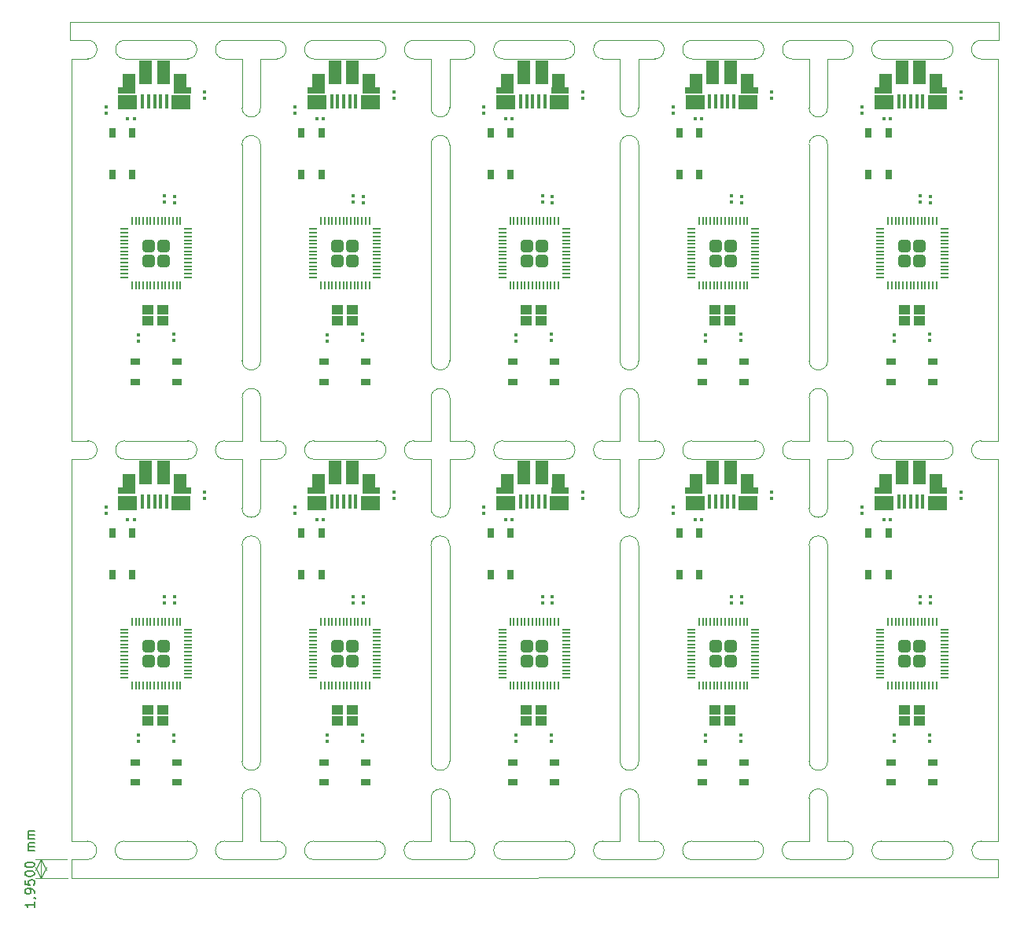
<source format=gtp>
G04 #@! TF.GenerationSoftware,KiCad,Pcbnew,7.0.6*
G04 #@! TF.CreationDate,2023-08-06T12:05:31+07:00*
G04 #@! TF.ProjectId,RP2040-Test-MassProduction,52503230-3430-42d5-9465-73742d4d6173,rev?*
G04 #@! TF.SameCoordinates,Original*
G04 #@! TF.FileFunction,Paste,Top*
G04 #@! TF.FilePolarity,Positive*
%FSLAX46Y46*%
G04 Gerber Fmt 4.6, Leading zero omitted, Abs format (unit mm)*
G04 Created by KiCad (PCBNEW 7.0.6) date 2023-08-06 12:05:31*
%MOMM*%
%LPD*%
G01*
G04 APERTURE LIST*
G04 Aperture macros list*
%AMRoundRect*
0 Rectangle with rounded corners*
0 $1 Rounding radius*
0 $2 $3 $4 $5 $6 $7 $8 $9 X,Y pos of 4 corners*
0 Add a 4 corners polygon primitive as box body*
4,1,4,$2,$3,$4,$5,$6,$7,$8,$9,$2,$3,0*
0 Add four circle primitives for the rounded corners*
1,1,$1+$1,$2,$3*
1,1,$1+$1,$4,$5*
1,1,$1+$1,$6,$7*
1,1,$1+$1,$8,$9*
0 Add four rect primitives between the rounded corners*
20,1,$1+$1,$2,$3,$4,$5,0*
20,1,$1+$1,$4,$5,$6,$7,0*
20,1,$1+$1,$6,$7,$8,$9,0*
20,1,$1+$1,$8,$9,$2,$3,0*%
G04 Aperture macros list end*
%ADD10RoundRect,0.249999X-0.395001X-0.395001X0.395001X-0.395001X0.395001X0.395001X-0.395001X0.395001X0*%
%ADD11RoundRect,0.050000X-0.387500X-0.050000X0.387500X-0.050000X0.387500X0.050000X-0.387500X0.050000X0*%
%ADD12RoundRect,0.050000X-0.050000X-0.387500X0.050000X-0.387500X0.050000X0.387500X-0.050000X0.387500X0*%
%ADD13RoundRect,0.079500X0.100500X-0.079500X0.100500X0.079500X-0.100500X0.079500X-0.100500X-0.079500X0*%
%ADD14R,0.400000X1.650000*%
%ADD15R,1.825000X0.700000*%
%ADD16R,2.000000X1.500000*%
%ADD17R,1.350000X2.000000*%
%ADD18R,1.430000X2.500000*%
%ADD19RoundRect,0.079500X0.079500X0.100500X-0.079500X0.100500X-0.079500X-0.100500X0.079500X-0.100500X0*%
%ADD20RoundRect,0.079500X-0.100500X0.079500X-0.100500X-0.079500X0.100500X-0.079500X0.100500X0.079500X0*%
%ADD21R,1.000000X0.750000*%
%ADD22R,0.750000X1.000000*%
%ADD23R,1.200000X1.000000*%
G04 #@! TA.AperFunction,Profile*
%ADD24C,0.100000*%
G04 #@! TD*
%ADD25C,0.150000*%
G04 #@! TA.AperFunction,Profile*
%ADD26C,0.050000*%
G04 #@! TD*
G04 APERTURE END LIST*
D10*
G04 #@! TO.C,U23*
X129412988Y-123716279D03*
X129412988Y-125316279D03*
X131012988Y-123716279D03*
X131012988Y-125316279D03*
D11*
X126775488Y-121916279D03*
X126775488Y-122316279D03*
X126775488Y-122716279D03*
X126775488Y-123116279D03*
X126775488Y-123516279D03*
X126775488Y-123916279D03*
X126775488Y-124316279D03*
X126775488Y-124716279D03*
X126775488Y-125116279D03*
X126775488Y-125516279D03*
X126775488Y-125916279D03*
X126775488Y-126316279D03*
X126775488Y-126716279D03*
X126775488Y-127116279D03*
D12*
X127612988Y-127953779D03*
X128012988Y-127953779D03*
X128412988Y-127953779D03*
X128812988Y-127953779D03*
X129212988Y-127953779D03*
X129612988Y-127953779D03*
X130012988Y-127953779D03*
X130412988Y-127953779D03*
X130812988Y-127953779D03*
X131212988Y-127953779D03*
X131612988Y-127953779D03*
X132012988Y-127953779D03*
X132412988Y-127953779D03*
X132812988Y-127953779D03*
D11*
X133650488Y-127116279D03*
X133650488Y-126716279D03*
X133650488Y-126316279D03*
X133650488Y-125916279D03*
X133650488Y-125516279D03*
X133650488Y-125116279D03*
X133650488Y-124716279D03*
X133650488Y-124316279D03*
X133650488Y-123916279D03*
X133650488Y-123516279D03*
X133650488Y-123116279D03*
X133650488Y-122716279D03*
X133650488Y-122316279D03*
X133650488Y-121916279D03*
D12*
X132812988Y-121078779D03*
X132412988Y-121078779D03*
X132012988Y-121078779D03*
X131612988Y-121078779D03*
X131212988Y-121078779D03*
X130812988Y-121078779D03*
X130412988Y-121078779D03*
X130012988Y-121078779D03*
X129612988Y-121078779D03*
X129212988Y-121078779D03*
X128812988Y-121078779D03*
X128412988Y-121078779D03*
X128012988Y-121078779D03*
X127612988Y-121078779D03*
G04 #@! TD*
D13*
G04 #@! TO.C,D29*
X176150488Y-107806279D03*
X176150488Y-107116279D03*
G04 #@! TD*
D14*
G04 #@! TO.C,J21*
X90660488Y-108166279D03*
X90010488Y-108166279D03*
X89360488Y-108166279D03*
X88710488Y-108166279D03*
X88060488Y-108166279D03*
D15*
X92310488Y-106966279D03*
D16*
X92210488Y-108266279D03*
D17*
X92090488Y-106216279D03*
D18*
X90320488Y-105016279D03*
X88400488Y-105016279D03*
D17*
X86610488Y-106216279D03*
D16*
X86460488Y-108286279D03*
D15*
X86360488Y-106966279D03*
G04 #@! TD*
D19*
G04 #@! TO.C,D18*
X87152988Y-110051279D03*
X86462988Y-110051279D03*
G04 #@! TD*
D10*
G04 #@! TO.C,U17*
X88712988Y-123716279D03*
X88712988Y-125316279D03*
X90312988Y-123716279D03*
X90312988Y-125316279D03*
D11*
X86075488Y-121916279D03*
X86075488Y-122316279D03*
X86075488Y-122716279D03*
X86075488Y-123116279D03*
X86075488Y-123516279D03*
X86075488Y-123916279D03*
X86075488Y-124316279D03*
X86075488Y-124716279D03*
X86075488Y-125116279D03*
X86075488Y-125516279D03*
X86075488Y-125916279D03*
X86075488Y-126316279D03*
X86075488Y-126716279D03*
X86075488Y-127116279D03*
D12*
X86912988Y-127953779D03*
X87312988Y-127953779D03*
X87712988Y-127953779D03*
X88112988Y-127953779D03*
X88512988Y-127953779D03*
X88912988Y-127953779D03*
X89312988Y-127953779D03*
X89712988Y-127953779D03*
X90112988Y-127953779D03*
X90512988Y-127953779D03*
X90912988Y-127953779D03*
X91312988Y-127953779D03*
X91712988Y-127953779D03*
X92112988Y-127953779D03*
D11*
X92950488Y-127116279D03*
X92950488Y-126716279D03*
X92950488Y-126316279D03*
X92950488Y-125916279D03*
X92950488Y-125516279D03*
X92950488Y-125116279D03*
X92950488Y-124716279D03*
X92950488Y-124316279D03*
X92950488Y-123916279D03*
X92950488Y-123516279D03*
X92950488Y-123116279D03*
X92950488Y-122716279D03*
X92950488Y-122316279D03*
X92950488Y-121916279D03*
D12*
X92112988Y-121078779D03*
X91712988Y-121078779D03*
X91312988Y-121078779D03*
X90912988Y-121078779D03*
X90512988Y-121078779D03*
X90112988Y-121078779D03*
X89712988Y-121078779D03*
X89312988Y-121078779D03*
X88912988Y-121078779D03*
X88512988Y-121078779D03*
X88112988Y-121078779D03*
X87712988Y-121078779D03*
X87312988Y-121078779D03*
X86912988Y-121078779D03*
G04 #@! TD*
D20*
G04 #@! TO.C,C42*
X128275488Y-90151279D03*
X128275488Y-90841279D03*
G04 #@! TD*
G04 #@! TO.C,R8*
X132175488Y-75243779D03*
X132175488Y-75933779D03*
G04 #@! TD*
G04 #@! TO.C,C111*
X132075488Y-133256279D03*
X132075488Y-133946279D03*
G04 #@! TD*
D21*
G04 #@! TO.C,S20*
X168625488Y-138376279D03*
X173125488Y-138376279D03*
X168625488Y-136226279D03*
X173125488Y-136226279D03*
G04 #@! TD*
D13*
G04 #@! TO.C,D10*
X145155488Y-66291279D03*
X145155488Y-65601279D03*
G04 #@! TD*
D22*
G04 #@! TO.C,S3*
X107300488Y-72921279D03*
X107300488Y-68421279D03*
X105150488Y-72921279D03*
X105150488Y-68421279D03*
G04 #@! TD*
D20*
G04 #@! TO.C,R17*
X91475488Y-118373779D03*
X91475488Y-119063779D03*
G04 #@! TD*
D22*
G04 #@! TO.C,S17*
X148000488Y-116051279D03*
X148000488Y-111551279D03*
X145850488Y-116051279D03*
X145850488Y-111551279D03*
G04 #@! TD*
D14*
G04 #@! TO.C,J37*
X172060488Y-108166279D03*
X171410488Y-108166279D03*
X170760488Y-108166279D03*
X170110488Y-108166279D03*
X169460488Y-108166279D03*
D15*
X173710488Y-106966279D03*
D16*
X173610488Y-108266279D03*
D17*
X173490488Y-106216279D03*
D18*
X171720488Y-105016279D03*
X169800488Y-105016279D03*
D17*
X168010488Y-106216279D03*
D16*
X167860488Y-108286279D03*
D15*
X167760488Y-106966279D03*
G04 #@! TD*
D14*
G04 #@! TO.C,J1*
X90660488Y-65036279D03*
X90010488Y-65036279D03*
X89360488Y-65036279D03*
X88710488Y-65036279D03*
X88060488Y-65036279D03*
D15*
X92310488Y-63836279D03*
D16*
X92210488Y-65136279D03*
D17*
X92090488Y-63086279D03*
D18*
X90320488Y-61886279D03*
X88400488Y-61886279D03*
D17*
X86610488Y-63086279D03*
D16*
X86460488Y-65156279D03*
D15*
X86360488Y-63836279D03*
G04 #@! TD*
D19*
G04 #@! TO.C,D6*
X107502988Y-66921279D03*
X106812988Y-66921279D03*
G04 #@! TD*
D20*
G04 #@! TO.C,R1*
X90400488Y-75218779D03*
X90400488Y-75908779D03*
G04 #@! TD*
D14*
G04 #@! TO.C,J33*
X151710488Y-108166279D03*
X151060488Y-108166279D03*
X150410488Y-108166279D03*
X149760488Y-108166279D03*
X149110488Y-108166279D03*
D15*
X153360488Y-106966279D03*
D16*
X153260488Y-108266279D03*
D17*
X153140488Y-106216279D03*
D18*
X151370488Y-105016279D03*
X149450488Y-105016279D03*
D17*
X147660488Y-106216279D03*
D16*
X147510488Y-108286279D03*
D15*
X147410488Y-106966279D03*
G04 #@! TD*
D10*
G04 #@! TO.C,U20*
X109062988Y-123716279D03*
X109062988Y-125316279D03*
X110662988Y-123716279D03*
X110662988Y-125316279D03*
D11*
X106425488Y-121916279D03*
X106425488Y-122316279D03*
X106425488Y-122716279D03*
X106425488Y-123116279D03*
X106425488Y-123516279D03*
X106425488Y-123916279D03*
X106425488Y-124316279D03*
X106425488Y-124716279D03*
X106425488Y-125116279D03*
X106425488Y-125516279D03*
X106425488Y-125916279D03*
X106425488Y-126316279D03*
X106425488Y-126716279D03*
X106425488Y-127116279D03*
D12*
X107262988Y-127953779D03*
X107662988Y-127953779D03*
X108062988Y-127953779D03*
X108462988Y-127953779D03*
X108862988Y-127953779D03*
X109262988Y-127953779D03*
X109662988Y-127953779D03*
X110062988Y-127953779D03*
X110462988Y-127953779D03*
X110862988Y-127953779D03*
X111262988Y-127953779D03*
X111662988Y-127953779D03*
X112062988Y-127953779D03*
X112462988Y-127953779D03*
D11*
X113300488Y-127116279D03*
X113300488Y-126716279D03*
X113300488Y-126316279D03*
X113300488Y-125916279D03*
X113300488Y-125516279D03*
X113300488Y-125116279D03*
X113300488Y-124716279D03*
X113300488Y-124316279D03*
X113300488Y-123916279D03*
X113300488Y-123516279D03*
X113300488Y-123116279D03*
X113300488Y-122716279D03*
X113300488Y-122316279D03*
X113300488Y-121916279D03*
D12*
X112462988Y-121078779D03*
X112062988Y-121078779D03*
X111662988Y-121078779D03*
X111262988Y-121078779D03*
X110862988Y-121078779D03*
X110462988Y-121078779D03*
X110062988Y-121078779D03*
X109662988Y-121078779D03*
X109262988Y-121078779D03*
X108862988Y-121078779D03*
X108462988Y-121078779D03*
X108062988Y-121078779D03*
X107662988Y-121078779D03*
X107262988Y-121078779D03*
G04 #@! TD*
D21*
G04 #@! TO.C,S6*
X127925488Y-95246279D03*
X132425488Y-95246279D03*
X127925488Y-93096279D03*
X132425488Y-93096279D03*
G04 #@! TD*
D14*
G04 #@! TO.C,J9*
X131360488Y-65036279D03*
X130710488Y-65036279D03*
X130060488Y-65036279D03*
X129410488Y-65036279D03*
X128760488Y-65036279D03*
D15*
X133010488Y-63836279D03*
D16*
X132910488Y-65136279D03*
D17*
X132790488Y-63086279D03*
D18*
X131020488Y-61886279D03*
X129100488Y-61886279D03*
D17*
X127310488Y-63086279D03*
D16*
X127160488Y-65156279D03*
D15*
X127060488Y-63836279D03*
G04 #@! TD*
D19*
G04 #@! TO.C,D24*
X127852988Y-110051279D03*
X127162988Y-110051279D03*
G04 #@! TD*
D22*
G04 #@! TO.C,S19*
X168350488Y-116051279D03*
X168350488Y-111551279D03*
X166200488Y-116051279D03*
X166200488Y-111551279D03*
G04 #@! TD*
D19*
G04 #@! TO.C,D30*
X168552988Y-110051279D03*
X167862988Y-110051279D03*
G04 #@! TD*
D13*
G04 #@! TO.C,D8*
X135450488Y-64676279D03*
X135450488Y-63986279D03*
G04 #@! TD*
D20*
G04 #@! TO.C,C41*
X132075488Y-90126279D03*
X132075488Y-90816279D03*
G04 #@! TD*
G04 #@! TO.C,C84*
X87575488Y-133281279D03*
X87575488Y-133971279D03*
G04 #@! TD*
D10*
G04 #@! TO.C,U8*
X129412988Y-80586279D03*
X129412988Y-82186279D03*
X131012988Y-80586279D03*
X131012988Y-82186279D03*
D11*
X126775488Y-78786279D03*
X126775488Y-79186279D03*
X126775488Y-79586279D03*
X126775488Y-79986279D03*
X126775488Y-80386279D03*
X126775488Y-80786279D03*
X126775488Y-81186279D03*
X126775488Y-81586279D03*
X126775488Y-81986279D03*
X126775488Y-82386279D03*
X126775488Y-82786279D03*
X126775488Y-83186279D03*
X126775488Y-83586279D03*
X126775488Y-83986279D03*
D12*
X127612988Y-84823779D03*
X128012988Y-84823779D03*
X128412988Y-84823779D03*
X128812988Y-84823779D03*
X129212988Y-84823779D03*
X129612988Y-84823779D03*
X130012988Y-84823779D03*
X130412988Y-84823779D03*
X130812988Y-84823779D03*
X131212988Y-84823779D03*
X131612988Y-84823779D03*
X132012988Y-84823779D03*
X132412988Y-84823779D03*
X132812988Y-84823779D03*
D11*
X133650488Y-83986279D03*
X133650488Y-83586279D03*
X133650488Y-83186279D03*
X133650488Y-82786279D03*
X133650488Y-82386279D03*
X133650488Y-81986279D03*
X133650488Y-81586279D03*
X133650488Y-81186279D03*
X133650488Y-80786279D03*
X133650488Y-80386279D03*
X133650488Y-79986279D03*
X133650488Y-79586279D03*
X133650488Y-79186279D03*
X133650488Y-78786279D03*
D12*
X132812988Y-77948779D03*
X132412988Y-77948779D03*
X132012988Y-77948779D03*
X131612988Y-77948779D03*
X131212988Y-77948779D03*
X130812988Y-77948779D03*
X130412988Y-77948779D03*
X130012988Y-77948779D03*
X129612988Y-77948779D03*
X129212988Y-77948779D03*
X128812988Y-77948779D03*
X128412988Y-77948779D03*
X128012988Y-77948779D03*
X127612988Y-77948779D03*
G04 #@! TD*
D23*
G04 #@! TO.C,Y10*
X171650488Y-130576279D03*
X170050488Y-130576279D03*
X170050488Y-131776279D03*
X171650488Y-131776279D03*
G04 #@! TD*
D19*
G04 #@! TO.C,D9*
X127852988Y-66921279D03*
X127162988Y-66921279D03*
G04 #@! TD*
D23*
G04 #@! TO.C,Y8*
X130950488Y-130576279D03*
X129350488Y-130576279D03*
X129350488Y-131776279D03*
X130950488Y-131776279D03*
G04 #@! TD*
D20*
G04 #@! TO.C,R28*
X171800488Y-118348779D03*
X171800488Y-119038779D03*
G04 #@! TD*
G04 #@! TO.C,R2*
X91475488Y-75243779D03*
X91475488Y-75933779D03*
G04 #@! TD*
D23*
G04 #@! TO.C,Y3*
X130950488Y-87446279D03*
X129350488Y-87446279D03*
X129350488Y-88646279D03*
X130950488Y-88646279D03*
G04 #@! TD*
D13*
G04 #@! TO.C,D25*
X145155488Y-109421279D03*
X145155488Y-108731279D03*
G04 #@! TD*
G04 #@! TO.C,D1*
X84105488Y-66291279D03*
X84105488Y-65601279D03*
G04 #@! TD*
D20*
G04 #@! TO.C,R10*
X151450488Y-75218779D03*
X151450488Y-75908779D03*
G04 #@! TD*
G04 #@! TO.C,R7*
X131100488Y-75218779D03*
X131100488Y-75908779D03*
G04 #@! TD*
G04 #@! TO.C,R29*
X172875488Y-118373779D03*
X172875488Y-119063779D03*
G04 #@! TD*
D21*
G04 #@! TO.C,S16*
X127925488Y-138376279D03*
X132425488Y-138376279D03*
X127925488Y-136226279D03*
X132425488Y-136226279D03*
G04 #@! TD*
D10*
G04 #@! TO.C,U14*
X170112988Y-80586279D03*
X170112988Y-82186279D03*
X171712988Y-80586279D03*
X171712988Y-82186279D03*
D11*
X167475488Y-78786279D03*
X167475488Y-79186279D03*
X167475488Y-79586279D03*
X167475488Y-79986279D03*
X167475488Y-80386279D03*
X167475488Y-80786279D03*
X167475488Y-81186279D03*
X167475488Y-81586279D03*
X167475488Y-81986279D03*
X167475488Y-82386279D03*
X167475488Y-82786279D03*
X167475488Y-83186279D03*
X167475488Y-83586279D03*
X167475488Y-83986279D03*
D12*
X168312988Y-84823779D03*
X168712988Y-84823779D03*
X169112988Y-84823779D03*
X169512988Y-84823779D03*
X169912988Y-84823779D03*
X170312988Y-84823779D03*
X170712988Y-84823779D03*
X171112988Y-84823779D03*
X171512988Y-84823779D03*
X171912988Y-84823779D03*
X172312988Y-84823779D03*
X172712988Y-84823779D03*
X173112988Y-84823779D03*
X173512988Y-84823779D03*
D11*
X174350488Y-83986279D03*
X174350488Y-83586279D03*
X174350488Y-83186279D03*
X174350488Y-82786279D03*
X174350488Y-82386279D03*
X174350488Y-81986279D03*
X174350488Y-81586279D03*
X174350488Y-81186279D03*
X174350488Y-80786279D03*
X174350488Y-80386279D03*
X174350488Y-79986279D03*
X174350488Y-79586279D03*
X174350488Y-79186279D03*
X174350488Y-78786279D03*
D12*
X173512988Y-77948779D03*
X173112988Y-77948779D03*
X172712988Y-77948779D03*
X172312988Y-77948779D03*
X171912988Y-77948779D03*
X171512988Y-77948779D03*
X171112988Y-77948779D03*
X170712988Y-77948779D03*
X170312988Y-77948779D03*
X169912988Y-77948779D03*
X169512988Y-77948779D03*
X169112988Y-77948779D03*
X168712988Y-77948779D03*
X168312988Y-77948779D03*
G04 #@! TD*
D10*
G04 #@! TO.C,U29*
X170112988Y-123716279D03*
X170112988Y-125316279D03*
X171712988Y-123716279D03*
X171712988Y-125316279D03*
D11*
X167475488Y-121916279D03*
X167475488Y-122316279D03*
X167475488Y-122716279D03*
X167475488Y-123116279D03*
X167475488Y-123516279D03*
X167475488Y-123916279D03*
X167475488Y-124316279D03*
X167475488Y-124716279D03*
X167475488Y-125116279D03*
X167475488Y-125516279D03*
X167475488Y-125916279D03*
X167475488Y-126316279D03*
X167475488Y-126716279D03*
X167475488Y-127116279D03*
D12*
X168312988Y-127953779D03*
X168712988Y-127953779D03*
X169112988Y-127953779D03*
X169512988Y-127953779D03*
X169912988Y-127953779D03*
X170312988Y-127953779D03*
X170712988Y-127953779D03*
X171112988Y-127953779D03*
X171512988Y-127953779D03*
X171912988Y-127953779D03*
X172312988Y-127953779D03*
X172712988Y-127953779D03*
X173112988Y-127953779D03*
X173512988Y-127953779D03*
D11*
X174350488Y-127116279D03*
X174350488Y-126716279D03*
X174350488Y-126316279D03*
X174350488Y-125916279D03*
X174350488Y-125516279D03*
X174350488Y-125116279D03*
X174350488Y-124716279D03*
X174350488Y-124316279D03*
X174350488Y-123916279D03*
X174350488Y-123516279D03*
X174350488Y-123116279D03*
X174350488Y-122716279D03*
X174350488Y-122316279D03*
X174350488Y-121916279D03*
D12*
X173512988Y-121078779D03*
X173112988Y-121078779D03*
X172712988Y-121078779D03*
X172312988Y-121078779D03*
X171912988Y-121078779D03*
X171512988Y-121078779D03*
X171112988Y-121078779D03*
X170712988Y-121078779D03*
X170312988Y-121078779D03*
X169912988Y-121078779D03*
X169512988Y-121078779D03*
X169112988Y-121078779D03*
X168712988Y-121078779D03*
X168312988Y-121078779D03*
G04 #@! TD*
D20*
G04 #@! TO.C,C83*
X91375488Y-133256279D03*
X91375488Y-133946279D03*
G04 #@! TD*
G04 #@! TO.C,C139*
X172775488Y-133256279D03*
X172775488Y-133946279D03*
G04 #@! TD*
D13*
G04 #@! TO.C,D28*
X165505488Y-109421279D03*
X165505488Y-108731279D03*
G04 #@! TD*
G04 #@! TO.C,D16*
X84105488Y-109421279D03*
X84105488Y-108731279D03*
G04 #@! TD*
D10*
G04 #@! TO.C,U26*
X149762988Y-123716279D03*
X149762988Y-125316279D03*
X151362988Y-123716279D03*
X151362988Y-125316279D03*
D11*
X147125488Y-121916279D03*
X147125488Y-122316279D03*
X147125488Y-122716279D03*
X147125488Y-123116279D03*
X147125488Y-123516279D03*
X147125488Y-123916279D03*
X147125488Y-124316279D03*
X147125488Y-124716279D03*
X147125488Y-125116279D03*
X147125488Y-125516279D03*
X147125488Y-125916279D03*
X147125488Y-126316279D03*
X147125488Y-126716279D03*
X147125488Y-127116279D03*
D12*
X147962988Y-127953779D03*
X148362988Y-127953779D03*
X148762988Y-127953779D03*
X149162988Y-127953779D03*
X149562988Y-127953779D03*
X149962988Y-127953779D03*
X150362988Y-127953779D03*
X150762988Y-127953779D03*
X151162988Y-127953779D03*
X151562988Y-127953779D03*
X151962988Y-127953779D03*
X152362988Y-127953779D03*
X152762988Y-127953779D03*
X153162988Y-127953779D03*
D11*
X154000488Y-127116279D03*
X154000488Y-126716279D03*
X154000488Y-126316279D03*
X154000488Y-125916279D03*
X154000488Y-125516279D03*
X154000488Y-125116279D03*
X154000488Y-124716279D03*
X154000488Y-124316279D03*
X154000488Y-123916279D03*
X154000488Y-123516279D03*
X154000488Y-123116279D03*
X154000488Y-122716279D03*
X154000488Y-122316279D03*
X154000488Y-121916279D03*
D12*
X153162988Y-121078779D03*
X152762988Y-121078779D03*
X152362988Y-121078779D03*
X151962988Y-121078779D03*
X151562988Y-121078779D03*
X151162988Y-121078779D03*
X150762988Y-121078779D03*
X150362988Y-121078779D03*
X149962988Y-121078779D03*
X149562988Y-121078779D03*
X149162988Y-121078779D03*
X148762988Y-121078779D03*
X148362988Y-121078779D03*
X147962988Y-121078779D03*
G04 #@! TD*
D13*
G04 #@! TO.C,D20*
X115100488Y-107806279D03*
X115100488Y-107116279D03*
G04 #@! TD*
D22*
G04 #@! TO.C,S13*
X107300488Y-116051279D03*
X107300488Y-111551279D03*
X105150488Y-116051279D03*
X105150488Y-111551279D03*
G04 #@! TD*
D20*
G04 #@! TO.C,R11*
X152525488Y-75243779D03*
X152525488Y-75933779D03*
G04 #@! TD*
D14*
G04 #@! TO.C,J29*
X131360488Y-108166279D03*
X130710488Y-108166279D03*
X130060488Y-108166279D03*
X129410488Y-108166279D03*
X128760488Y-108166279D03*
D15*
X133010488Y-106966279D03*
D16*
X132910488Y-108266279D03*
D17*
X132790488Y-106216279D03*
D18*
X131020488Y-105016279D03*
X129100488Y-105016279D03*
D17*
X127310488Y-106216279D03*
D16*
X127160488Y-108286279D03*
D15*
X127060488Y-106966279D03*
G04 #@! TD*
D13*
G04 #@! TO.C,D22*
X124805488Y-109421279D03*
X124805488Y-108731279D03*
G04 #@! TD*
D20*
G04 #@! TO.C,C140*
X168975488Y-133281279D03*
X168975488Y-133971279D03*
G04 #@! TD*
D13*
G04 #@! TO.C,D19*
X104455488Y-109421279D03*
X104455488Y-108731279D03*
G04 #@! TD*
D23*
G04 #@! TO.C,Y2*
X110600488Y-87446279D03*
X109000488Y-87446279D03*
X109000488Y-88646279D03*
X110600488Y-88646279D03*
G04 #@! TD*
D20*
G04 #@! TO.C,R4*
X110750488Y-75218779D03*
X110750488Y-75908779D03*
G04 #@! TD*
G04 #@! TO.C,R14*
X172875488Y-75243779D03*
X172875488Y-75933779D03*
G04 #@! TD*
G04 #@! TO.C,R25*
X151450488Y-118348779D03*
X151450488Y-119038779D03*
G04 #@! TD*
D14*
G04 #@! TO.C,J17*
X172060488Y-65036279D03*
X171410488Y-65036279D03*
X170760488Y-65036279D03*
X170110488Y-65036279D03*
X169460488Y-65036279D03*
D15*
X173710488Y-63836279D03*
D16*
X173610488Y-65136279D03*
D17*
X173490488Y-63086279D03*
D18*
X171720488Y-61886279D03*
X169800488Y-61886279D03*
D17*
X168010488Y-63086279D03*
D16*
X167860488Y-65156279D03*
D15*
X167760488Y-63836279D03*
G04 #@! TD*
D23*
G04 #@! TO.C,Y7*
X110600488Y-130576279D03*
X109000488Y-130576279D03*
X109000488Y-131776279D03*
X110600488Y-131776279D03*
G04 #@! TD*
D13*
G04 #@! TO.C,D17*
X94750488Y-107806279D03*
X94750488Y-107116279D03*
G04 #@! TD*
D20*
G04 #@! TO.C,C13*
X91375488Y-90126279D03*
X91375488Y-90816279D03*
G04 #@! TD*
D23*
G04 #@! TO.C,Y6*
X90250488Y-130576279D03*
X88650488Y-130576279D03*
X88650488Y-131776279D03*
X90250488Y-131776279D03*
G04 #@! TD*
D10*
G04 #@! TO.C,U5*
X109062988Y-80586279D03*
X109062988Y-82186279D03*
X110662988Y-80586279D03*
X110662988Y-82186279D03*
D11*
X106425488Y-78786279D03*
X106425488Y-79186279D03*
X106425488Y-79586279D03*
X106425488Y-79986279D03*
X106425488Y-80386279D03*
X106425488Y-80786279D03*
X106425488Y-81186279D03*
X106425488Y-81586279D03*
X106425488Y-81986279D03*
X106425488Y-82386279D03*
X106425488Y-82786279D03*
X106425488Y-83186279D03*
X106425488Y-83586279D03*
X106425488Y-83986279D03*
D12*
X107262988Y-84823779D03*
X107662988Y-84823779D03*
X108062988Y-84823779D03*
X108462988Y-84823779D03*
X108862988Y-84823779D03*
X109262988Y-84823779D03*
X109662988Y-84823779D03*
X110062988Y-84823779D03*
X110462988Y-84823779D03*
X110862988Y-84823779D03*
X111262988Y-84823779D03*
X111662988Y-84823779D03*
X112062988Y-84823779D03*
X112462988Y-84823779D03*
D11*
X113300488Y-83986279D03*
X113300488Y-83586279D03*
X113300488Y-83186279D03*
X113300488Y-82786279D03*
X113300488Y-82386279D03*
X113300488Y-81986279D03*
X113300488Y-81586279D03*
X113300488Y-81186279D03*
X113300488Y-80786279D03*
X113300488Y-80386279D03*
X113300488Y-79986279D03*
X113300488Y-79586279D03*
X113300488Y-79186279D03*
X113300488Y-78786279D03*
D12*
X112462988Y-77948779D03*
X112062988Y-77948779D03*
X111662988Y-77948779D03*
X111262988Y-77948779D03*
X110862988Y-77948779D03*
X110462988Y-77948779D03*
X110062988Y-77948779D03*
X109662988Y-77948779D03*
X109262988Y-77948779D03*
X108862988Y-77948779D03*
X108462988Y-77948779D03*
X108062988Y-77948779D03*
X107662988Y-77948779D03*
X107262988Y-77948779D03*
G04 #@! TD*
D14*
G04 #@! TO.C,J13*
X151710488Y-65036279D03*
X151060488Y-65036279D03*
X150410488Y-65036279D03*
X149760488Y-65036279D03*
X149110488Y-65036279D03*
D15*
X153360488Y-63836279D03*
D16*
X153260488Y-65136279D03*
D17*
X153140488Y-63086279D03*
D18*
X151370488Y-61886279D03*
X149450488Y-61886279D03*
D17*
X147660488Y-63086279D03*
D16*
X147510488Y-65156279D03*
D15*
X147410488Y-63836279D03*
G04 #@! TD*
D21*
G04 #@! TO.C,S12*
X87225488Y-138376279D03*
X91725488Y-138376279D03*
X87225488Y-136226279D03*
X91725488Y-136226279D03*
G04 #@! TD*
D13*
G04 #@! TO.C,D26*
X155800488Y-107806279D03*
X155800488Y-107116279D03*
G04 #@! TD*
D21*
G04 #@! TO.C,S2*
X87225488Y-95246279D03*
X91725488Y-95246279D03*
X87225488Y-93096279D03*
X91725488Y-93096279D03*
G04 #@! TD*
D23*
G04 #@! TO.C,Y9*
X151300488Y-130576279D03*
X149700488Y-130576279D03*
X149700488Y-131776279D03*
X151300488Y-131776279D03*
G04 #@! TD*
D20*
G04 #@! TO.C,R19*
X110750488Y-118348779D03*
X110750488Y-119038779D03*
G04 #@! TD*
D19*
G04 #@! TO.C,D21*
X107502988Y-110051279D03*
X106812988Y-110051279D03*
G04 #@! TD*
D20*
G04 #@! TO.C,C125*
X152425488Y-133256279D03*
X152425488Y-133946279D03*
G04 #@! TD*
D14*
G04 #@! TO.C,J25*
X111010488Y-108166279D03*
X110360488Y-108166279D03*
X109710488Y-108166279D03*
X109060488Y-108166279D03*
X108410488Y-108166279D03*
D15*
X112660488Y-106966279D03*
D16*
X112560488Y-108266279D03*
D17*
X112440488Y-106216279D03*
D18*
X110670488Y-105016279D03*
X108750488Y-105016279D03*
D17*
X106960488Y-106216279D03*
D16*
X106810488Y-108286279D03*
D15*
X106710488Y-106966279D03*
G04 #@! TD*
D22*
G04 #@! TO.C,S5*
X127650488Y-72921279D03*
X127650488Y-68421279D03*
X125500488Y-72921279D03*
X125500488Y-68421279D03*
G04 #@! TD*
D20*
G04 #@! TO.C,R26*
X152525488Y-118373779D03*
X152525488Y-119063779D03*
G04 #@! TD*
D21*
G04 #@! TO.C,S10*
X168625488Y-95246279D03*
X173125488Y-95246279D03*
X168625488Y-93096279D03*
X173125488Y-93096279D03*
G04 #@! TD*
D20*
G04 #@! TO.C,C55*
X152425488Y-90126279D03*
X152425488Y-90816279D03*
G04 #@! TD*
D14*
G04 #@! TO.C,J5*
X111010488Y-65036279D03*
X110360488Y-65036279D03*
X109710488Y-65036279D03*
X109060488Y-65036279D03*
X108410488Y-65036279D03*
D15*
X112660488Y-63836279D03*
D16*
X112560488Y-65136279D03*
D17*
X112440488Y-63086279D03*
D18*
X110670488Y-61886279D03*
X108750488Y-61886279D03*
D17*
X106960488Y-63086279D03*
D16*
X106810488Y-65156279D03*
D15*
X106710488Y-63836279D03*
G04 #@! TD*
D20*
G04 #@! TO.C,C28*
X107925488Y-90151279D03*
X107925488Y-90841279D03*
G04 #@! TD*
D21*
G04 #@! TO.C,S18*
X148275488Y-138376279D03*
X152775488Y-138376279D03*
X148275488Y-136226279D03*
X152775488Y-136226279D03*
G04 #@! TD*
D13*
G04 #@! TO.C,D2*
X94750488Y-64676279D03*
X94750488Y-63986279D03*
G04 #@! TD*
D20*
G04 #@! TO.C,C126*
X148625488Y-133281279D03*
X148625488Y-133971279D03*
G04 #@! TD*
G04 #@! TO.C,R23*
X132175488Y-118373779D03*
X132175488Y-119063779D03*
G04 #@! TD*
D19*
G04 #@! TO.C,D15*
X168552988Y-66921279D03*
X167862988Y-66921279D03*
G04 #@! TD*
D20*
G04 #@! TO.C,C69*
X172775488Y-90126279D03*
X172775488Y-90816279D03*
G04 #@! TD*
D13*
G04 #@! TO.C,D11*
X155800488Y-64676279D03*
X155800488Y-63986279D03*
G04 #@! TD*
D20*
G04 #@! TO.C,C97*
X111725488Y-133256279D03*
X111725488Y-133946279D03*
G04 #@! TD*
G04 #@! TO.C,C27*
X111725488Y-90126279D03*
X111725488Y-90816279D03*
G04 #@! TD*
G04 #@! TO.C,C56*
X148625488Y-90151279D03*
X148625488Y-90841279D03*
G04 #@! TD*
D21*
G04 #@! TO.C,S4*
X107575488Y-95246279D03*
X112075488Y-95246279D03*
X107575488Y-93096279D03*
X112075488Y-93096279D03*
G04 #@! TD*
D19*
G04 #@! TO.C,D27*
X148202988Y-110051279D03*
X147512988Y-110051279D03*
G04 #@! TD*
D20*
G04 #@! TO.C,R16*
X90400488Y-118348779D03*
X90400488Y-119038779D03*
G04 #@! TD*
G04 #@! TO.C,C98*
X107925488Y-133281279D03*
X107925488Y-133971279D03*
G04 #@! TD*
G04 #@! TO.C,C14*
X87575488Y-90151279D03*
X87575488Y-90841279D03*
G04 #@! TD*
D13*
G04 #@! TO.C,D5*
X115100488Y-64676279D03*
X115100488Y-63986279D03*
G04 #@! TD*
D20*
G04 #@! TO.C,R22*
X131100488Y-118348779D03*
X131100488Y-119038779D03*
G04 #@! TD*
G04 #@! TO.C,R5*
X111825488Y-75243779D03*
X111825488Y-75933779D03*
G04 #@! TD*
G04 #@! TO.C,R20*
X111825488Y-118373779D03*
X111825488Y-119063779D03*
G04 #@! TD*
D23*
G04 #@! TO.C,Y1*
X90250488Y-87446279D03*
X88650488Y-87446279D03*
X88650488Y-88646279D03*
X90250488Y-88646279D03*
G04 #@! TD*
D21*
G04 #@! TO.C,S14*
X107575488Y-138376279D03*
X112075488Y-138376279D03*
X107575488Y-136226279D03*
X112075488Y-136226279D03*
G04 #@! TD*
D23*
G04 #@! TO.C,Y5*
X171650488Y-87446279D03*
X170050488Y-87446279D03*
X170050488Y-88646279D03*
X171650488Y-88646279D03*
G04 #@! TD*
D20*
G04 #@! TO.C,C112*
X128275488Y-133281279D03*
X128275488Y-133971279D03*
G04 #@! TD*
D13*
G04 #@! TO.C,D23*
X135450488Y-107806279D03*
X135450488Y-107116279D03*
G04 #@! TD*
G04 #@! TO.C,D14*
X176150488Y-64676279D03*
X176150488Y-63986279D03*
G04 #@! TD*
D10*
G04 #@! TO.C,U11*
X149762988Y-80586279D03*
X149762988Y-82186279D03*
X151362988Y-80586279D03*
X151362988Y-82186279D03*
D11*
X147125488Y-78786279D03*
X147125488Y-79186279D03*
X147125488Y-79586279D03*
X147125488Y-79986279D03*
X147125488Y-80386279D03*
X147125488Y-80786279D03*
X147125488Y-81186279D03*
X147125488Y-81586279D03*
X147125488Y-81986279D03*
X147125488Y-82386279D03*
X147125488Y-82786279D03*
X147125488Y-83186279D03*
X147125488Y-83586279D03*
X147125488Y-83986279D03*
D12*
X147962988Y-84823779D03*
X148362988Y-84823779D03*
X148762988Y-84823779D03*
X149162988Y-84823779D03*
X149562988Y-84823779D03*
X149962988Y-84823779D03*
X150362988Y-84823779D03*
X150762988Y-84823779D03*
X151162988Y-84823779D03*
X151562988Y-84823779D03*
X151962988Y-84823779D03*
X152362988Y-84823779D03*
X152762988Y-84823779D03*
X153162988Y-84823779D03*
D11*
X154000488Y-83986279D03*
X154000488Y-83586279D03*
X154000488Y-83186279D03*
X154000488Y-82786279D03*
X154000488Y-82386279D03*
X154000488Y-81986279D03*
X154000488Y-81586279D03*
X154000488Y-81186279D03*
X154000488Y-80786279D03*
X154000488Y-80386279D03*
X154000488Y-79986279D03*
X154000488Y-79586279D03*
X154000488Y-79186279D03*
X154000488Y-78786279D03*
D12*
X153162988Y-77948779D03*
X152762988Y-77948779D03*
X152362988Y-77948779D03*
X151962988Y-77948779D03*
X151562988Y-77948779D03*
X151162988Y-77948779D03*
X150762988Y-77948779D03*
X150362988Y-77948779D03*
X149962988Y-77948779D03*
X149562988Y-77948779D03*
X149162988Y-77948779D03*
X148762988Y-77948779D03*
X148362988Y-77948779D03*
X147962988Y-77948779D03*
G04 #@! TD*
D13*
G04 #@! TO.C,D13*
X165505488Y-66291279D03*
X165505488Y-65601279D03*
G04 #@! TD*
D20*
G04 #@! TO.C,R13*
X171800488Y-75218779D03*
X171800488Y-75908779D03*
G04 #@! TD*
D13*
G04 #@! TO.C,D4*
X104455488Y-66291279D03*
X104455488Y-65601279D03*
G04 #@! TD*
D22*
G04 #@! TO.C,S1*
X86950488Y-72921279D03*
X86950488Y-68421279D03*
X84800488Y-72921279D03*
X84800488Y-68421279D03*
G04 #@! TD*
D20*
G04 #@! TO.C,C70*
X168975488Y-90151279D03*
X168975488Y-90841279D03*
G04 #@! TD*
D21*
G04 #@! TO.C,S8*
X148275488Y-95246279D03*
X152775488Y-95246279D03*
X148275488Y-93096279D03*
X152775488Y-93096279D03*
G04 #@! TD*
D19*
G04 #@! TO.C,D12*
X148202988Y-66921279D03*
X147512988Y-66921279D03*
G04 #@! TD*
D22*
G04 #@! TO.C,S7*
X148000488Y-72921279D03*
X148000488Y-68421279D03*
X145850488Y-72921279D03*
X145850488Y-68421279D03*
G04 #@! TD*
G04 #@! TO.C,S11*
X86950488Y-116051279D03*
X86950488Y-111551279D03*
X84800488Y-116051279D03*
X84800488Y-111551279D03*
G04 #@! TD*
D13*
G04 #@! TO.C,D7*
X124805488Y-66291279D03*
X124805488Y-65601279D03*
G04 #@! TD*
D10*
G04 #@! TO.C,U2*
X88712988Y-80586279D03*
X88712988Y-82186279D03*
X90312988Y-80586279D03*
X90312988Y-82186279D03*
D11*
X86075488Y-78786279D03*
X86075488Y-79186279D03*
X86075488Y-79586279D03*
X86075488Y-79986279D03*
X86075488Y-80386279D03*
X86075488Y-80786279D03*
X86075488Y-81186279D03*
X86075488Y-81586279D03*
X86075488Y-81986279D03*
X86075488Y-82386279D03*
X86075488Y-82786279D03*
X86075488Y-83186279D03*
X86075488Y-83586279D03*
X86075488Y-83986279D03*
D12*
X86912988Y-84823779D03*
X87312988Y-84823779D03*
X87712988Y-84823779D03*
X88112988Y-84823779D03*
X88512988Y-84823779D03*
X88912988Y-84823779D03*
X89312988Y-84823779D03*
X89712988Y-84823779D03*
X90112988Y-84823779D03*
X90512988Y-84823779D03*
X90912988Y-84823779D03*
X91312988Y-84823779D03*
X91712988Y-84823779D03*
X92112988Y-84823779D03*
D11*
X92950488Y-83986279D03*
X92950488Y-83586279D03*
X92950488Y-83186279D03*
X92950488Y-82786279D03*
X92950488Y-82386279D03*
X92950488Y-81986279D03*
X92950488Y-81586279D03*
X92950488Y-81186279D03*
X92950488Y-80786279D03*
X92950488Y-80386279D03*
X92950488Y-79986279D03*
X92950488Y-79586279D03*
X92950488Y-79186279D03*
X92950488Y-78786279D03*
D12*
X92112988Y-77948779D03*
X91712988Y-77948779D03*
X91312988Y-77948779D03*
X90912988Y-77948779D03*
X90512988Y-77948779D03*
X90112988Y-77948779D03*
X89712988Y-77948779D03*
X89312988Y-77948779D03*
X88912988Y-77948779D03*
X88512988Y-77948779D03*
X88112988Y-77948779D03*
X87712988Y-77948779D03*
X87312988Y-77948779D03*
X86912988Y-77948779D03*
G04 #@! TD*
D23*
G04 #@! TO.C,Y4*
X151300488Y-87446279D03*
X149700488Y-87446279D03*
X149700488Y-88646279D03*
X151300488Y-88646279D03*
G04 #@! TD*
D22*
G04 #@! TO.C,S9*
X168350488Y-72921279D03*
X168350488Y-68421279D03*
X166200488Y-72921279D03*
X166200488Y-68421279D03*
G04 #@! TD*
D19*
G04 #@! TO.C,D3*
X87152988Y-66921279D03*
X86462988Y-66921279D03*
G04 #@! TD*
D22*
G04 #@! TO.C,S15*
X127650488Y-116051279D03*
X127650488Y-111551279D03*
X125500488Y-116051279D03*
X125500488Y-111551279D03*
G04 #@! TD*
D24*
X174330000Y-146700000D02*
X167570000Y-146700000D01*
X163570000Y-146700000D02*
X157910000Y-146700000D01*
X153910000Y-146700000D02*
X147190000Y-146700000D01*
X137600000Y-146700000D02*
X143190000Y-146700000D01*
X133600000Y-146700000D02*
X126850000Y-146700000D01*
X122850000Y-146700000D02*
X117200000Y-146700000D01*
X113200000Y-146700000D02*
X106500000Y-146700000D01*
X96900000Y-146700000D02*
X102500000Y-146700000D01*
X92900000Y-146700000D02*
X86100000Y-146700000D01*
X180150000Y-146700000D02*
X180150000Y-148600000D01*
X80450000Y-148650000D02*
X180150000Y-148600000D01*
X178330000Y-146700000D02*
X180150000Y-146700000D01*
X80400000Y-146700000D02*
X80400000Y-148650000D01*
D25*
X76404819Y-151246428D02*
X76404819Y-151817856D01*
X76404819Y-151532142D02*
X75404819Y-151532142D01*
X75404819Y-151532142D02*
X75547676Y-151627380D01*
X75547676Y-151627380D02*
X75642914Y-151722618D01*
X75642914Y-151722618D02*
X75690533Y-151817856D01*
X76357200Y-150770237D02*
X76404819Y-150770237D01*
X76404819Y-150770237D02*
X76500057Y-150817856D01*
X76500057Y-150817856D02*
X76547676Y-150865475D01*
X76404819Y-150294047D02*
X76404819Y-150103571D01*
X76404819Y-150103571D02*
X76357200Y-150008333D01*
X76357200Y-150008333D02*
X76309580Y-149960714D01*
X76309580Y-149960714D02*
X76166723Y-149865476D01*
X76166723Y-149865476D02*
X75976247Y-149817857D01*
X75976247Y-149817857D02*
X75595295Y-149817857D01*
X75595295Y-149817857D02*
X75500057Y-149865476D01*
X75500057Y-149865476D02*
X75452438Y-149913095D01*
X75452438Y-149913095D02*
X75404819Y-150008333D01*
X75404819Y-150008333D02*
X75404819Y-150198809D01*
X75404819Y-150198809D02*
X75452438Y-150294047D01*
X75452438Y-150294047D02*
X75500057Y-150341666D01*
X75500057Y-150341666D02*
X75595295Y-150389285D01*
X75595295Y-150389285D02*
X75833390Y-150389285D01*
X75833390Y-150389285D02*
X75928628Y-150341666D01*
X75928628Y-150341666D02*
X75976247Y-150294047D01*
X75976247Y-150294047D02*
X76023866Y-150198809D01*
X76023866Y-150198809D02*
X76023866Y-150008333D01*
X76023866Y-150008333D02*
X75976247Y-149913095D01*
X75976247Y-149913095D02*
X75928628Y-149865476D01*
X75928628Y-149865476D02*
X75833390Y-149817857D01*
X75404819Y-148913095D02*
X75404819Y-149389285D01*
X75404819Y-149389285D02*
X75881009Y-149436904D01*
X75881009Y-149436904D02*
X75833390Y-149389285D01*
X75833390Y-149389285D02*
X75785771Y-149294047D01*
X75785771Y-149294047D02*
X75785771Y-149055952D01*
X75785771Y-149055952D02*
X75833390Y-148960714D01*
X75833390Y-148960714D02*
X75881009Y-148913095D01*
X75881009Y-148913095D02*
X75976247Y-148865476D01*
X75976247Y-148865476D02*
X76214342Y-148865476D01*
X76214342Y-148865476D02*
X76309580Y-148913095D01*
X76309580Y-148913095D02*
X76357200Y-148960714D01*
X76357200Y-148960714D02*
X76404819Y-149055952D01*
X76404819Y-149055952D02*
X76404819Y-149294047D01*
X76404819Y-149294047D02*
X76357200Y-149389285D01*
X76357200Y-149389285D02*
X76309580Y-149436904D01*
X75404819Y-148246428D02*
X75404819Y-148151190D01*
X75404819Y-148151190D02*
X75452438Y-148055952D01*
X75452438Y-148055952D02*
X75500057Y-148008333D01*
X75500057Y-148008333D02*
X75595295Y-147960714D01*
X75595295Y-147960714D02*
X75785771Y-147913095D01*
X75785771Y-147913095D02*
X76023866Y-147913095D01*
X76023866Y-147913095D02*
X76214342Y-147960714D01*
X76214342Y-147960714D02*
X76309580Y-148008333D01*
X76309580Y-148008333D02*
X76357200Y-148055952D01*
X76357200Y-148055952D02*
X76404819Y-148151190D01*
X76404819Y-148151190D02*
X76404819Y-148246428D01*
X76404819Y-148246428D02*
X76357200Y-148341666D01*
X76357200Y-148341666D02*
X76309580Y-148389285D01*
X76309580Y-148389285D02*
X76214342Y-148436904D01*
X76214342Y-148436904D02*
X76023866Y-148484523D01*
X76023866Y-148484523D02*
X75785771Y-148484523D01*
X75785771Y-148484523D02*
X75595295Y-148436904D01*
X75595295Y-148436904D02*
X75500057Y-148389285D01*
X75500057Y-148389285D02*
X75452438Y-148341666D01*
X75452438Y-148341666D02*
X75404819Y-148246428D01*
X75404819Y-147294047D02*
X75404819Y-147198809D01*
X75404819Y-147198809D02*
X75452438Y-147103571D01*
X75452438Y-147103571D02*
X75500057Y-147055952D01*
X75500057Y-147055952D02*
X75595295Y-147008333D01*
X75595295Y-147008333D02*
X75785771Y-146960714D01*
X75785771Y-146960714D02*
X76023866Y-146960714D01*
X76023866Y-146960714D02*
X76214342Y-147008333D01*
X76214342Y-147008333D02*
X76309580Y-147055952D01*
X76309580Y-147055952D02*
X76357200Y-147103571D01*
X76357200Y-147103571D02*
X76404819Y-147198809D01*
X76404819Y-147198809D02*
X76404819Y-147294047D01*
X76404819Y-147294047D02*
X76357200Y-147389285D01*
X76357200Y-147389285D02*
X76309580Y-147436904D01*
X76309580Y-147436904D02*
X76214342Y-147484523D01*
X76214342Y-147484523D02*
X76023866Y-147532142D01*
X76023866Y-147532142D02*
X75785771Y-147532142D01*
X75785771Y-147532142D02*
X75595295Y-147484523D01*
X75595295Y-147484523D02*
X75500057Y-147436904D01*
X75500057Y-147436904D02*
X75452438Y-147389285D01*
X75452438Y-147389285D02*
X75404819Y-147294047D01*
X76404819Y-145770237D02*
X75738152Y-145770237D01*
X75833390Y-145770237D02*
X75785771Y-145722618D01*
X75785771Y-145722618D02*
X75738152Y-145627380D01*
X75738152Y-145627380D02*
X75738152Y-145484523D01*
X75738152Y-145484523D02*
X75785771Y-145389285D01*
X75785771Y-145389285D02*
X75881009Y-145341666D01*
X75881009Y-145341666D02*
X76404819Y-145341666D01*
X75881009Y-145341666D02*
X75785771Y-145294047D01*
X75785771Y-145294047D02*
X75738152Y-145198809D01*
X75738152Y-145198809D02*
X75738152Y-145055952D01*
X75738152Y-145055952D02*
X75785771Y-144960713D01*
X75785771Y-144960713D02*
X75881009Y-144913094D01*
X75881009Y-144913094D02*
X76404819Y-144913094D01*
X76404819Y-144436904D02*
X75738152Y-144436904D01*
X75833390Y-144436904D02*
X75785771Y-144389285D01*
X75785771Y-144389285D02*
X75738152Y-144294047D01*
X75738152Y-144294047D02*
X75738152Y-144151190D01*
X75738152Y-144151190D02*
X75785771Y-144055952D01*
X75785771Y-144055952D02*
X75881009Y-144008333D01*
X75881009Y-144008333D02*
X76404819Y-144008333D01*
X75881009Y-144008333D02*
X75785771Y-143960714D01*
X75785771Y-143960714D02*
X75738152Y-143865476D01*
X75738152Y-143865476D02*
X75738152Y-143722619D01*
X75738152Y-143722619D02*
X75785771Y-143627380D01*
X75785771Y-143627380D02*
X75881009Y-143579761D01*
X75881009Y-143579761D02*
X76404819Y-143579761D01*
D26*
X79900000Y-146700000D02*
X76513580Y-146700000D01*
X76513580Y-148650000D02*
X79950000Y-148650000D01*
X77100000Y-146700000D02*
X77100000Y-148650000D01*
X77100000Y-146700000D02*
X77100000Y-148650000D01*
X77100000Y-146700000D02*
X77686421Y-147826504D01*
X77100000Y-146700000D02*
X76513579Y-147826504D01*
X77100000Y-148650000D02*
X76513579Y-147523496D01*
X77100000Y-148650000D02*
X77686421Y-147523496D01*
D24*
X82100000Y-146700000D02*
X80400000Y-146700000D01*
X98740488Y-144706279D02*
X98740488Y-140090000D01*
X159805000Y-92940000D02*
X159795000Y-69710000D01*
X119105000Y-136070000D02*
X119095000Y-112840000D01*
X180155000Y-136070000D02*
X180155000Y-140090000D01*
X180155000Y-92940000D02*
X180145000Y-69710000D01*
X121110000Y-144700000D02*
X121110000Y-140090000D01*
X102500000Y-101576279D02*
X100760000Y-101576279D01*
X180165488Y-103581279D02*
X178300000Y-103580000D01*
X139450000Y-60450000D02*
X139450000Y-65710000D01*
X113250000Y-58450000D02*
X106500000Y-58450000D01*
X92900000Y-103580000D02*
X86150000Y-103580000D01*
X80250000Y-58450000D02*
X80250000Y-56500000D01*
X119100000Y-103580000D02*
X119100000Y-108840000D01*
X98750000Y-60450000D02*
X98750000Y-65710000D01*
X141460000Y-136070000D02*
X141450000Y-112840000D01*
X161800000Y-60450000D02*
X161800000Y-65710000D01*
X174300000Y-144700000D02*
X167540000Y-144700000D01*
X139450000Y-103580000D02*
X139450000Y-108840000D01*
X141450000Y-103580000D02*
X141450000Y-108840000D01*
X143200000Y-60450000D02*
X141450000Y-60450000D01*
X139440488Y-144700000D02*
X139440488Y-140090000D01*
X113250000Y-103580000D02*
X106500000Y-103580000D01*
X139450000Y-60450000D02*
X137600000Y-60450000D01*
X122850000Y-103580000D02*
X121100000Y-103580000D01*
X102500000Y-60450000D02*
X100750000Y-60450000D01*
X180250000Y-58450000D02*
X178300000Y-58450000D01*
X139450000Y-103580000D02*
X137600000Y-103580000D01*
X159805000Y-136070000D02*
X159795000Y-112840000D01*
X133600000Y-101580000D02*
X126850000Y-101580000D01*
X141460000Y-92940000D02*
X141450000Y-69710000D01*
X180140488Y-101576279D02*
X178300000Y-101575000D01*
X92900000Y-60450000D02*
X86150000Y-60450000D01*
X98740488Y-144706279D02*
X96900000Y-144705000D01*
X98750000Y-103580000D02*
X98750000Y-108840000D01*
X113250000Y-60450000D02*
X106500000Y-60450000D01*
X159790488Y-144700000D02*
X159790488Y-140090000D01*
X82150000Y-58450000D02*
X80250000Y-58450000D01*
X139440488Y-144700000D02*
X137600000Y-144700000D01*
X98740488Y-101576279D02*
X98740488Y-96960000D01*
X121110000Y-101576279D02*
X121110000Y-96960000D01*
X153950000Y-101580000D02*
X147200000Y-101580000D01*
X139440488Y-101576279D02*
X139440488Y-96960000D01*
X159800000Y-103580000D02*
X159800000Y-108840000D01*
X113240000Y-144700000D02*
X106500000Y-144700000D01*
X180150000Y-60450000D02*
X178300000Y-60450000D01*
X143200000Y-58450000D02*
X137600000Y-58450000D01*
X119090488Y-101576279D02*
X119090488Y-96960000D01*
X159800000Y-103580000D02*
X157950000Y-103580000D01*
X100750000Y-103580000D02*
X100750000Y-108840000D01*
X163550000Y-58450000D02*
X157950000Y-58450000D01*
X122850000Y-144700000D02*
X121110000Y-144700000D01*
X98755000Y-136070000D02*
X98745000Y-112840000D01*
X174300000Y-101580000D02*
X167550000Y-101580000D01*
X161810000Y-92940000D02*
X161800000Y-69710000D01*
X143200000Y-103580000D02*
X141450000Y-103580000D01*
X153950000Y-103580000D02*
X147200000Y-103580000D01*
X133600000Y-103580000D02*
X126850000Y-103580000D01*
X80400000Y-108790000D02*
X80400000Y-112810000D01*
X133600000Y-144700000D02*
X126850000Y-144700000D01*
X159800000Y-60451279D02*
X159800000Y-65710000D01*
X159790488Y-144700000D02*
X157910000Y-144700000D01*
X119100000Y-103580000D02*
X117250000Y-103580000D01*
X163550000Y-103580000D02*
X161800000Y-103580000D01*
X180140488Y-144700000D02*
X178290000Y-144700000D01*
X133600000Y-60450000D02*
X126850000Y-60450000D01*
X161810000Y-136070000D02*
X161800000Y-112840000D01*
X98750000Y-60450000D02*
X96900000Y-60450000D01*
X180165488Y-108840000D02*
X180145000Y-112840000D01*
X98740488Y-101576279D02*
X96900000Y-101575000D01*
X119100000Y-60451279D02*
X119100000Y-65710000D01*
X98755000Y-92940000D02*
X98745000Y-69710000D01*
X153950000Y-58450000D02*
X147200000Y-58450000D01*
X92900000Y-58450000D02*
X86150000Y-58450000D01*
X100750000Y-60450000D02*
X100750000Y-65710000D01*
X113250000Y-101580000D02*
X106500000Y-101580000D01*
X139455000Y-92940000D02*
X139445000Y-69710000D01*
X139440488Y-101576279D02*
X137600000Y-101575000D01*
X143210000Y-144700000D02*
X141460000Y-144700000D01*
X119100000Y-60451279D02*
X117250000Y-60450000D01*
X119090000Y-144700000D02*
X119090488Y-140090000D01*
X80400000Y-65710000D02*
X80400000Y-69730000D01*
X82100000Y-144700000D02*
X80410000Y-144700000D01*
X141460000Y-144700000D02*
X141460000Y-140090000D01*
X100760000Y-144700000D02*
X100760000Y-140090000D01*
X153950000Y-144700000D02*
X147190000Y-144700000D01*
X80410000Y-92940000D02*
X80400000Y-69710000D01*
X180155000Y-136070000D02*
X180145000Y-112840000D01*
X180250000Y-56500000D02*
X180250000Y-58450000D01*
X174300000Y-58450000D02*
X167550000Y-58450000D01*
X121100000Y-60450000D02*
X121100000Y-65710000D01*
X82150000Y-60450000D02*
X80400000Y-60450000D01*
X180165488Y-103580000D02*
X180165488Y-108840000D01*
X102500000Y-144700000D02*
X100760000Y-144700000D01*
X143200000Y-101576279D02*
X141460000Y-101576279D01*
X80410000Y-144700000D02*
X80410000Y-140090000D01*
X119090488Y-101576279D02*
X117250000Y-101575000D01*
X180140488Y-144700000D02*
X180140488Y-140090000D01*
X100760000Y-101576279D02*
X100760000Y-96960000D01*
X92900000Y-101580000D02*
X86150000Y-101580000D01*
X80410000Y-136070000D02*
X80410000Y-140090000D01*
X121110000Y-136070000D02*
X121100000Y-112840000D01*
X141460000Y-101576279D02*
X141460000Y-96960000D01*
X80250000Y-56500000D02*
X180250000Y-56500000D01*
X80410000Y-136070000D02*
X80400000Y-112840000D01*
X80410000Y-101576279D02*
X80410000Y-96960000D01*
X80400000Y-60450000D02*
X80400000Y-65710000D01*
X159790488Y-101576279D02*
X159790488Y-96960000D01*
X121100000Y-103580000D02*
X121100000Y-108840000D01*
X80410000Y-92940000D02*
X80410000Y-96960000D01*
X180165488Y-60450000D02*
X180165488Y-65710000D01*
X133600000Y-58450000D02*
X126850000Y-58450000D01*
X174300000Y-103580000D02*
X167550000Y-103580000D01*
X122850000Y-58450000D02*
X117250000Y-58450000D01*
X159800000Y-60451279D02*
X157950000Y-60450000D01*
X122850000Y-60450000D02*
X121100000Y-60450000D01*
X119090000Y-144700000D02*
X117200000Y-144700000D01*
X141450000Y-60450000D02*
X141450000Y-65710000D01*
X100760000Y-136070000D02*
X100750000Y-112840000D01*
X174300000Y-60450000D02*
X167550000Y-60450000D01*
X161810000Y-144700000D02*
X161810000Y-140090000D01*
X139455000Y-136070000D02*
X139445000Y-112840000D01*
X98750000Y-103580000D02*
X96900000Y-103580000D01*
X161810000Y-101576279D02*
X161810000Y-96960000D01*
X119105000Y-92940000D02*
X119095000Y-69710000D01*
X180155000Y-92940000D02*
X180140488Y-96960000D01*
X102500000Y-103580000D02*
X100750000Y-103580000D01*
X163550000Y-101576279D02*
X161810000Y-101576279D01*
X180140488Y-101576279D02*
X180140488Y-96960000D01*
X80400000Y-103580000D02*
X80400000Y-108840000D01*
X122850000Y-101576279D02*
X121110000Y-101576279D01*
X161800000Y-103580000D02*
X161800000Y-108840000D01*
X153950000Y-60450000D02*
X147200000Y-60450000D01*
X100760000Y-92940000D02*
X100750000Y-69710000D01*
X163550000Y-60450000D02*
X161800000Y-60450000D01*
X82150000Y-103580000D02*
X80400000Y-103580000D01*
X159790488Y-101576279D02*
X157950000Y-101575000D01*
X121110000Y-92940000D02*
X121100000Y-69710000D01*
X102500000Y-58450000D02*
X96900000Y-58450000D01*
X163550000Y-144700000D02*
X161810000Y-144700000D01*
X92900000Y-144700000D02*
X86100000Y-144700000D01*
X82150000Y-101576279D02*
X80410000Y-101576279D01*
X180165488Y-65710000D02*
X180145000Y-69710000D01*
G04 #@! TO.C,mouse-bite-2mm-slot*
X174330000Y-146700000D02*
G75*
G03*
X174330000Y-144700000I0J1000000D01*
G01*
X178330000Y-144700000D02*
G75*
G03*
X178330000Y-146700000I0J-1000000D01*
G01*
X163570000Y-146700000D02*
G75*
G03*
X163570000Y-144700000I0J1000000D01*
G01*
X167570000Y-144700000D02*
G75*
G03*
X167570000Y-146700000I0J-1000000D01*
G01*
X153910000Y-146700000D02*
G75*
G03*
X153910000Y-144700000I0J1000000D01*
G01*
X157910000Y-144700000D02*
G75*
G03*
X157910000Y-146700000I0J-1000000D01*
G01*
X143190000Y-146700000D02*
G75*
G03*
X143190000Y-144700000I0J1000000D01*
G01*
X147190000Y-144700000D02*
G75*
G03*
X147190000Y-146700000I0J-1000000D01*
G01*
X133600000Y-146700000D02*
G75*
G03*
X133600000Y-144700000I0J1000000D01*
G01*
X137600000Y-144700000D02*
G75*
G03*
X137600000Y-146700000I0J-1000000D01*
G01*
X122850000Y-146700000D02*
G75*
G03*
X122850000Y-144700000I0J1000000D01*
G01*
X126850000Y-144700000D02*
G75*
G03*
X126850000Y-146700000I0J-1000000D01*
G01*
X113200000Y-146700000D02*
G75*
G03*
X113200000Y-144700000I0J1000000D01*
G01*
X117200000Y-144700000D02*
G75*
G03*
X117200000Y-146700000I0J-1000000D01*
G01*
X102500000Y-146700000D02*
G75*
G03*
X102500000Y-144700000I0J1000000D01*
G01*
X106500000Y-144700000D02*
G75*
G03*
X106500000Y-146700000I0J-1000000D01*
G01*
X92900000Y-146700000D02*
G75*
G03*
X92900000Y-144700000I0J1000000D01*
G01*
X96900000Y-144700000D02*
G75*
G03*
X96900000Y-146700000I0J-1000000D01*
G01*
X82100000Y-146700000D02*
G75*
G03*
X82100000Y-144700000I0J1000000D01*
G01*
X86100000Y-144700000D02*
G75*
G03*
X86100000Y-146700000I0J-1000000D01*
G01*
G04 #@! TO.C,mouse-bite-2mm-slot20*
X92900000Y-103580000D02*
G75*
G03*
X92900000Y-101580000I0J1000000D01*
G01*
X96900000Y-101580000D02*
G75*
G03*
X96900000Y-103580000I0J-1000000D01*
G01*
G04 #@! TO.C,mouse-bite-2mm-slot4*
X113250000Y-60450000D02*
G75*
G03*
X113250000Y-58450000I0J1000000D01*
G01*
X117250000Y-58450000D02*
G75*
G03*
X117250000Y-60450000I0J-1000000D01*
G01*
G04 #@! TO.C,mouse-bite-2mm-slot3*
X102500000Y-60450000D02*
G75*
G03*
X102500000Y-58450000I0J1000000D01*
G01*
X106500000Y-58450000D02*
G75*
G03*
X106500000Y-60450000I0J-1000000D01*
G01*
G04 #@! TO.C,mouse-bite-2mm-slot6*
X121100000Y-69710000D02*
G75*
G03*
X119100000Y-69710000I-1000000J0D01*
G01*
X119100000Y-65710000D02*
G75*
G03*
X121100000Y-65710000I1000000J0D01*
G01*
G04 #@! TO.C,mouse-bite-2mm-slot23*
X102500000Y-103580000D02*
G75*
G03*
X102500000Y-101580000I0J1000000D01*
G01*
X106500000Y-101580000D02*
G75*
G03*
X106500000Y-103580000I0J-1000000D01*
G01*
G04 #@! TO.C,mouse-bite-2mm-slot2*
X100750000Y-69710000D02*
G75*
G03*
X98750000Y-69710000I-1000000J0D01*
G01*
X98750000Y-65710000D02*
G75*
G03*
X100750000Y-65710000I1000000J0D01*
G01*
G04 #@! TO.C,mouse-bite-2mm-slot24*
X113250000Y-103580000D02*
G75*
G03*
X113250000Y-101580000I0J1000000D01*
G01*
X117250000Y-101580000D02*
G75*
G03*
X117250000Y-103580000I0J-1000000D01*
G01*
G04 #@! TO.C,mouse-bite-2mm-slot35*
X163550000Y-103580000D02*
G75*
G03*
X163550000Y-101580000I0J1000000D01*
G01*
X167550000Y-101580000D02*
G75*
G03*
X167550000Y-103580000I0J-1000000D01*
G01*
G04 #@! TO.C,mouse-bite-2mm-slot36*
X174300000Y-103580000D02*
G75*
G03*
X174300000Y-101580000I0J1000000D01*
G01*
X178300000Y-101580000D02*
G75*
G03*
X178300000Y-103580000I0J-1000000D01*
G01*
G04 #@! TO.C,mouse-bite-2mm-slot15*
X163550000Y-60450000D02*
G75*
G03*
X163550000Y-58450000I0J1000000D01*
G01*
X167550000Y-58450000D02*
G75*
G03*
X167550000Y-60450000I0J-1000000D01*
G01*
G04 #@! TO.C,mouse-bite-2mm-slot13*
X161810000Y-96960000D02*
G75*
G03*
X159810000Y-96960000I-1000000J0D01*
G01*
X159810000Y-92960000D02*
G75*
G03*
X161810000Y-92960000I1000000J0D01*
G01*
G04 #@! TO.C,mouse-bite-2mm-slot1*
X100760000Y-96960000D02*
G75*
G03*
X98760000Y-96960000I-1000000J0D01*
G01*
X98760000Y-92960000D02*
G75*
G03*
X100760000Y-92960000I1000000J0D01*
G01*
G04 #@! TO.C,mouse-bite-2mm-slot30*
X141450000Y-112840000D02*
G75*
G03*
X139450000Y-112840000I-1000000J0D01*
G01*
X139450000Y-108840000D02*
G75*
G03*
X141450000Y-108840000I1000000J0D01*
G01*
G04 #@! TO.C,mouse-bite-2mm-slot7*
X122850000Y-60450000D02*
G75*
G03*
X122850000Y-58450000I0J1000000D01*
G01*
X126850000Y-58450000D02*
G75*
G03*
X126850000Y-60450000I0J-1000000D01*
G01*
G04 #@! TO.C,mouse-bite-2mm-slot14*
X161800000Y-69710000D02*
G75*
G03*
X159800000Y-69710000I-1000000J0D01*
G01*
X159800000Y-65710000D02*
G75*
G03*
X161800000Y-65710000I1000000J0D01*
G01*
G04 #@! TO.C,mouse-bite-2mm-slot*
X82150000Y-60450000D02*
G75*
G03*
X82150000Y-58450000I0J1000000D01*
G01*
X86150000Y-58450000D02*
G75*
G03*
X86150000Y-60450000I0J-1000000D01*
G01*
G04 #@! TO.C,mouse-bite-2mm-slot16*
X174300000Y-60450000D02*
G75*
G03*
X174300000Y-58450000I0J1000000D01*
G01*
X178300000Y-58450000D02*
G75*
G03*
X178300000Y-60450000I0J-1000000D01*
G01*
G04 #@! TO.C,mouse-bite-2mm-slot9*
X141460000Y-96960000D02*
G75*
G03*
X139460000Y-96960000I-1000000J0D01*
G01*
X139460000Y-92960000D02*
G75*
G03*
X141460000Y-92960000I1000000J0D01*
G01*
G04 #@! TO.C,mouse-bite-2mm-slot12*
X153950000Y-60450000D02*
G75*
G03*
X153950000Y-58450000I0J1000000D01*
G01*
X157950000Y-58450000D02*
G75*
G03*
X157950000Y-60450000I0J-1000000D01*
G01*
G04 #@! TO.C,mouse-bite-2mm-slot5*
X121110000Y-96960000D02*
G75*
G03*
X119110000Y-96960000I-1000000J0D01*
G01*
X119110000Y-92960000D02*
G75*
G03*
X121110000Y-92960000I1000000J0D01*
G01*
G04 #@! TO.C,mouse-bite-2mm-slot28*
X133600000Y-103580000D02*
G75*
G03*
X133600000Y-101580000I0J1000000D01*
G01*
X137600000Y-101580000D02*
G75*
G03*
X137600000Y-103580000I0J-1000000D01*
G01*
G04 #@! TO.C,mouse-bite-2mm-slot8*
X133600000Y-60450000D02*
G75*
G03*
X133600000Y-58450000I0J1000000D01*
G01*
X137600000Y-58450000D02*
G75*
G03*
X137600000Y-60450000I0J-1000000D01*
G01*
G04 #@! TO.C,mouse-bite-2mm-slot26*
X121100000Y-112840000D02*
G75*
G03*
X119100000Y-112840000I-1000000J0D01*
G01*
X119100000Y-108840000D02*
G75*
G03*
X121100000Y-108840000I1000000J0D01*
G01*
G04 #@! TO.C,mouse-bite-2mm-slot*
X92900000Y-60450000D02*
G75*
G03*
X92900000Y-58450000I0J1000000D01*
G01*
X96900000Y-58450000D02*
G75*
G03*
X96900000Y-60450000I0J-1000000D01*
G01*
G04 #@! TO.C,mouse-bite-2mm-slot19*
X82150000Y-103580000D02*
G75*
G03*
X82150000Y-101580000I0J1000000D01*
G01*
X86150000Y-101580000D02*
G75*
G03*
X86150000Y-103580000I0J-1000000D01*
G01*
G04 #@! TO.C,mouse-bite-2mm-slot32*
X153950000Y-103580000D02*
G75*
G03*
X153950000Y-101580000I0J1000000D01*
G01*
X157950000Y-101580000D02*
G75*
G03*
X157950000Y-103580000I0J-1000000D01*
G01*
G04 #@! TO.C,mouse-bite-2mm-slot34*
X161800000Y-112840000D02*
G75*
G03*
X159800000Y-112840000I-1000000J0D01*
G01*
X159800000Y-108840000D02*
G75*
G03*
X161800000Y-108840000I1000000J0D01*
G01*
G04 #@! TO.C,mouse-bite-2mm-slot25*
X121110000Y-140090000D02*
G75*
G03*
X119110000Y-140090000I-1000000J0D01*
G01*
X119110000Y-136090000D02*
G75*
G03*
X121110000Y-136090000I1000000J0D01*
G01*
G04 #@! TO.C,mouse-bite-2mm-slot10*
X141450000Y-69710000D02*
G75*
G03*
X139450000Y-69710000I-1000000J0D01*
G01*
X139450000Y-65710000D02*
G75*
G03*
X141450000Y-65710000I1000000J0D01*
G01*
G04 #@! TO.C,mouse-bite-2mm-slot21*
X100760000Y-140090000D02*
G75*
G03*
X98760000Y-140090000I-1000000J0D01*
G01*
X98760000Y-136090000D02*
G75*
G03*
X100760000Y-136090000I1000000J0D01*
G01*
G04 #@! TO.C,mouse-bite-2mm-slot27*
X122850000Y-103580000D02*
G75*
G03*
X122850000Y-101580000I0J1000000D01*
G01*
X126850000Y-101580000D02*
G75*
G03*
X126850000Y-103580000I0J-1000000D01*
G01*
G04 #@! TO.C,mouse-bite-2mm-slot11*
X143200000Y-60450000D02*
G75*
G03*
X143200000Y-58450000I0J1000000D01*
G01*
X147200000Y-58450000D02*
G75*
G03*
X147200000Y-60450000I0J-1000000D01*
G01*
G04 #@! TO.C,mouse-bite-2mm-slot31*
X143200000Y-103580000D02*
G75*
G03*
X143200000Y-101580000I0J1000000D01*
G01*
X147200000Y-101580000D02*
G75*
G03*
X147200000Y-103580000I0J-1000000D01*
G01*
G04 #@! TO.C,mouse-bite-2mm-slot22*
X100750000Y-112840000D02*
G75*
G03*
X98750000Y-112840000I-1000000J0D01*
G01*
X98750000Y-108840000D02*
G75*
G03*
X100750000Y-108840000I1000000J0D01*
G01*
G04 #@! TO.C,mouse-bite-2mm-slot33*
X161810000Y-140090000D02*
G75*
G03*
X159810000Y-140090000I-1000000J0D01*
G01*
X159810000Y-136090000D02*
G75*
G03*
X161810000Y-136090000I1000000J0D01*
G01*
G04 #@! TO.C,mouse-bite-2mm-slot29*
X141460000Y-140090000D02*
G75*
G03*
X139460000Y-140090000I-1000000J0D01*
G01*
X139460000Y-136090000D02*
G75*
G03*
X141460000Y-136090000I1000000J0D01*
G01*
G04 #@! TD*
M02*

</source>
